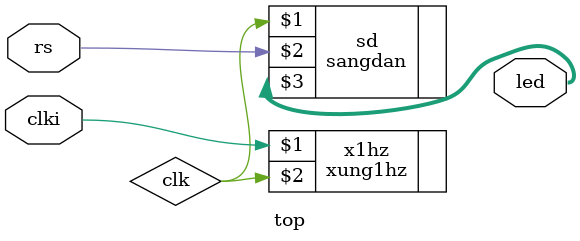
<source format=v>
`timescale 1ns / 1ps
module top(
input clki,
input rs,
output [7:0]led
    );
wire clk;
xung1hz x1hz(clki,clk);	
 //module sangdan(	 input wire clk,        input wire rs,          output wire [7:0]led     );
sangdan sd(clk,rs,led);
endmodule



</source>
